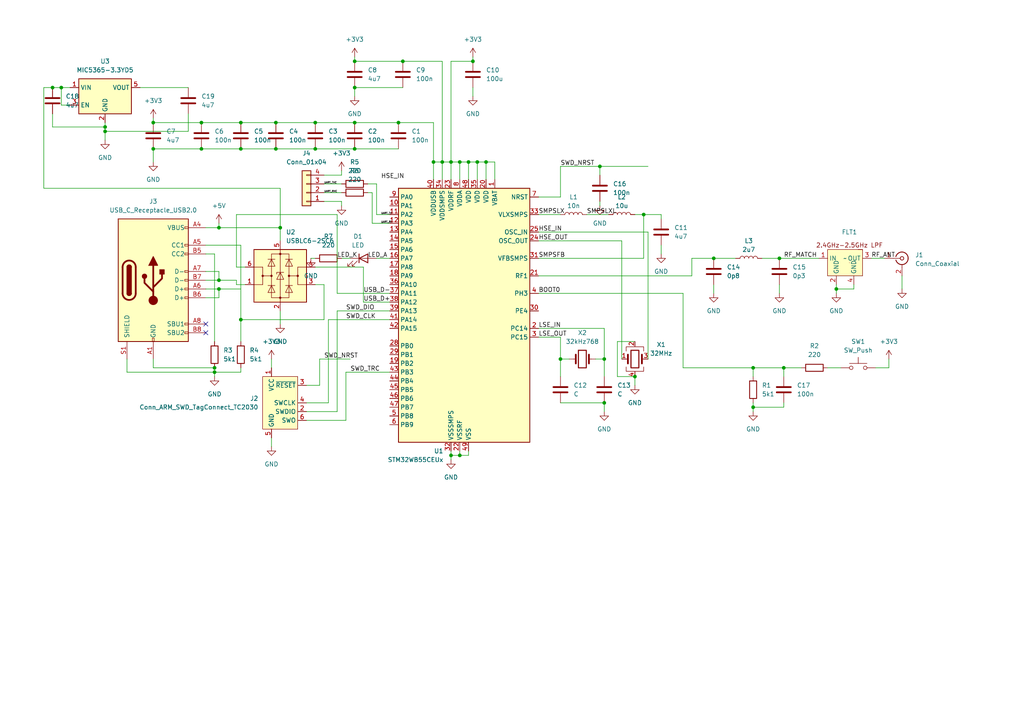
<source format=kicad_sch>
(kicad_sch (version 20230121) (generator eeschema)
  (paper "A4")
  (lib_symbols
    (symbol "Connector:Conn_ARM_SWD_TagConnect_TC2030" (in_bom no)
      (property "Reference" "J" (at 2.54 11.43 0))
      (property "Value" "Conn_ARM_SWD_TagConnect_TC2030" (at 5.08 8.89 0))
      (symbol "Conn_ARM_SWD_TagConnect_TC2030_0_0"
        (pin power_in line (at -2.54 10.16 270) (length 2.54) (name "VCC") (number "1"))
        (pin bidirectional line (at 7.62 -2.54 180) (length 2.54) (name "SWDIO") (number "2"))
        (pin open_collector line (at 7.62 5.08 180) (length 2.54) (name "~{RESET}") (number "3"))
        (pin output line (at 7.62 0 180) (length 2.54) (name "SWCLK") (number "4"))
        (pin power_in line (at -2.54 -10.16 90) (length 2.54) (name "GND") (number "5"))
        (pin input line (at 7.62 -5.08 180) (length 2.54) (name "SWO") (number "6"))
      )
      (symbol "Conn_ARM_SWD_TagConnect_TC2030_0_1"
        (rectangle (start -5.08 7.62) (end 5.08 -7.62) (fill (type background)))
      )
    )
    (symbol "Connector:Conn_Coaxial" (pin_names (offset 1.016) hide)
      (property "Reference" "J" (at 0.254 3.048 0))
      (property "Value" "Conn_Coaxial" (at 2.921 0 90))
      (symbol "Conn_Coaxial_0_1"
        (arc (start -1.778 -0.508) (mid 0.2311 -1.8066) (end 1.778 0) (stroke (width 0.254)))
        (polyline (pts (xy -2.54 0) (xy -0.508 0)))
        (polyline (pts (xy 0 -2.54) (xy 0 -1.778)))
        (circle (center 0 0) (radius 0.508) (stroke (width 0.2032)))
        (arc (start 1.778 0) (mid 0.2099 1.8101) (end -1.778 0.508) (stroke (width 0.254)))
      )
      (symbol "Conn_Coaxial_1_1"
        (pin passive line (at -5.08 0 0) (length 2.54) (name "In") (number "1"))
        (pin passive line (at 0 -5.08 90) (length 2.54) (name "Ext") (number "2"))
      )
    )
    (symbol "Connector:USB_C_Receptacle_USB2.0" (pin_names (offset 1.016))
      (property "Reference" "J" (at -10.16 19.05 0))
      (property "Value" "USB_C_Receptacle_USB2.0" (at 19.05 19.05 0))
      (symbol "USB_C_Receptacle_USB2.0_0_0"
        (rectangle (start -0.254 -17.78) (end 0.254 -16.764))
        (rectangle (start 10.16 -14.986) (end 9.144 -15.494))
        (rectangle (start 10.16 -12.446) (end 9.144 -12.954))
        (rectangle (start 10.16 -4.826) (end 9.144 -5.334))
        (rectangle (start 10.16 -2.286) (end 9.144 -2.794))
        (rectangle (start 10.16 0.254) (end 9.144 -0.254))
        (rectangle (start 10.16 2.794) (end 9.144 2.286))
        (rectangle (start 10.16 7.874) (end 9.144 7.366))
        (rectangle (start 10.16 10.414) (end 9.144 9.906))
        (rectangle (start 10.16 15.494) (end 9.144 14.986))
      )
      (symbol "USB_C_Receptacle_USB2.0_0_1"
        (rectangle (start -10.16 17.78) (end 10.16 -17.78) (stroke (width 0.254)) (fill (type background)))
        (arc (start -8.89 -3.81) (mid -6.985 -5.7067) (end -5.08 -3.81) (stroke (width 0.508)))
        (arc (start -7.62 -3.81) (mid -6.985 -4.4423) (end -6.35 -3.81) (stroke (width 0.254)))
        (arc (start -7.62 -3.81) (mid -6.985 -4.4423) (end -6.35 -3.81) (stroke (width 0.254)) (fill (type outline)))
        (rectangle (start -7.62 -3.81) (end -6.35 3.81) (stroke (width 0.254)) (fill (type outline)))
        (arc (start -6.35 3.81) (mid -6.985 4.4423) (end -7.62 3.81) (stroke (width 0.254)))
        (arc (start -6.35 3.81) (mid -6.985 4.4423) (end -7.62 3.81) (stroke (width 0.254)) (fill (type outline)))
        (arc (start -5.08 3.81) (mid -6.985 5.7067) (end -8.89 3.81) (stroke (width 0.508)))
        (circle (center -2.54 1.143) (radius 0.635) (stroke (width 0.254)) (fill (type outline)))
        (circle (center 0 -5.842) (radius 1.27) (fill (type outline)))
        (polyline (pts (xy -8.89 -3.81) (xy -8.89 3.81)) (stroke (width 0.508)))
        (polyline (pts (xy -5.08 3.81) (xy -5.08 -3.81)) (stroke (width 0.508)))
        (polyline (pts (xy 0 -5.842) (xy 0 4.318)) (stroke (width 0.508)))
        (polyline (pts (xy 0 -3.302) (xy -2.54 -0.762) (xy -2.54 0.508)) (stroke (width 0.508)))
        (polyline (pts (xy 0 -2.032) (xy 2.54 0.508) (xy 2.54 1.778)) (stroke (width 0.508)))
        (polyline (pts (xy -1.27 4.318) (xy 0 6.858) (xy 1.27 4.318) (xy -1.27 4.318)) (stroke (width 0.254)) (fill (type outline)))
        (rectangle (start 1.905 1.778) (end 3.175 3.048) (stroke (width 0.254)) (fill (type outline)))
      )
      (symbol "USB_C_Receptacle_USB2.0_1_1"
        (pin passive line (at 0 -22.86 90) (length 5.08) (name "GND") (number "A1"))
        (pin passive line (at 0 -22.86 90) (length 5.08) hide (name "GND") (number "A12"))
        (pin passive line (at 15.24 15.24 180) (length 5.08) (name "VBUS") (number "A4"))
        (pin bidirectional line (at 15.24 10.16 180) (length 5.08) (name "CC1") (number "A5"))
        (pin bidirectional line (at 15.24 -2.54 180) (length 5.08) (name "D+") (number "A6"))
        (pin bidirectional line (at 15.24 2.54 180) (length 5.08) (name "D-") (number "A7"))
        (pin bidirectional line (at 15.24 -12.7 180) (length 5.08) (name "SBU1") (number "A8"))
        (pin passive line (at 15.24 15.24 180) (length 5.08) hide (name "VBUS") (number "A9"))
        (pin passive line (at 0 -22.86 90) (length 5.08) hide (name "GND") (number "B1"))
        (pin passive line (at 0 -22.86 90) (length 5.08) hide (name "GND") (number "B12"))
        (pin passive line (at 15.24 15.24 180) (length 5.08) hide (name "VBUS") (number "B4"))
        (pin bidirectional line (at 15.24 7.62 180) (length 5.08) (name "CC2") (number "B5"))
        (pin bidirectional line (at 15.24 -5.08 180) (length 5.08) (name "D+") (number "B6"))
        (pin bidirectional line (at 15.24 0 180) (length 5.08) (name "D-") (number "B7"))
        (pin bidirectional line (at 15.24 -15.24 180) (length 5.08) (name "SBU2") (number "B8"))
        (pin passive line (at 15.24 15.24 180) (length 5.08) hide (name "VBUS") (number "B9"))
        (pin passive line (at -7.62 -22.86 90) (length 5.08) (name "SHIELD") (number "S1"))
      )
    )
    (symbol "Connector_Generic:Conn_01x04" (pin_names (offset 1.016) hide)
      (property "Reference" "J" (at 0 5.08 0))
      (property "Value" "Conn_01x04" (at 0 -7.62 0))
      (symbol "Conn_01x04_1_1"
        (rectangle (start -1.27 -4.953) (end 0 -5.207) (stroke (width 0.1524)))
        (rectangle (start -1.27 -2.413) (end 0 -2.667) (stroke (width 0.1524)))
        (rectangle (start -1.27 0.127) (end 0 -0.127) (stroke (width 0.1524)))
        (rectangle (start -1.27 2.667) (end 0 2.413) (stroke (width 0.1524)))
        (rectangle (start -1.27 3.81) (end 1.27 -6.35) (stroke (width 0.254)) (fill (type background)))
        (pin passive line (at -5.08 2.54 0) (length 3.81) (name "Pin_1") (number "1"))
        (pin passive line (at -5.08 0 0) (length 3.81) (name "Pin_2") (number "2"))
        (pin passive line (at -5.08 -2.54 0) (length 3.81) (name "Pin_3") (number "3"))
        (pin passive line (at -5.08 -5.08 0) (length 3.81) (name "Pin_4") (number "4"))
      )
    )
    (symbol "Device:C" (pin_numbers hide) (pin_names (offset 0.254))
      (property "Reference" "C" (at 0.635 2.54 0))
      (property "Value" "C" (at 0.635 -2.54 0))
      (symbol "C_0_1"
        (polyline (pts (xy -2.032 -0.762) (xy 2.032 -0.762)) (stroke (width 0.508)))
        (polyline (pts (xy -2.032 0.762) (xy 2.032 0.762)) (stroke (width 0.508)))
      )
      (symbol "C_1_1"
        (pin passive line (at 0 3.81 270) (length 2.794) (name "~") (number "1"))
        (pin passive line (at 0 -3.81 90) (length 2.794) (name "~") (number "2"))
      )
    )
    (symbol "Device:Crystal" (pin_numbers hide) (pin_names (offset 1.016) hide)
      (property "Reference" "Y" (at 0 3.81 0))
      (property "Value" "Crystal" (at 0 -3.81 0))
      (symbol "Crystal_0_1"
        (rectangle (start -1.143 2.54) (end 1.143 -2.54) (stroke (width 0.3048)))
        (polyline (pts (xy -2.54 0) (xy -1.905 0)))
        (polyline (pts (xy -1.905 -1.27) (xy -1.905 1.27)) (stroke (width 0.508)))
        (polyline (pts (xy 1.905 -1.27) (xy 1.905 1.27)) (stroke (width 0.508)))
        (polyline (pts (xy 2.54 0) (xy 1.905 0)))
      )
      (symbol "Crystal_1_1"
        (pin passive line (at -3.81 0 0) (length 1.27) (name "1") (number "1"))
        (pin passive line (at 3.81 0 180) (length 1.27) (name "2") (number "2"))
      )
    )
    (symbol "Device:Crystal_GND24" (pin_names (offset 1.016) hide)
      (property "Reference" "Y" (at 3.175 5.08 0))
      (property "Value" "Crystal_GND24" (at 3.175 3.175 0))
      (symbol "Crystal_GND24_0_1"
        (rectangle (start -1.143 2.54) (end 1.143 -2.54) (stroke (width 0.3048)))
        (polyline (pts (xy -2.54 0) (xy -2.032 0)))
        (polyline (pts (xy -2.032 -1.27) (xy -2.032 1.27)) (stroke (width 0.508)))
        (polyline (pts (xy 0 -3.81) (xy 0 -3.556)))
        (polyline (pts (xy 0 3.556) (xy 0 3.81)))
        (polyline (pts (xy 2.032 -1.27) (xy 2.032 1.27)) (stroke (width 0.508)))
        (polyline (pts (xy 2.032 0) (xy 2.54 0)))
        (polyline (pts (xy -2.54 -2.286) (xy -2.54 -3.556) (xy 2.54 -3.556) (xy 2.54 -2.286)))
        (polyline (pts (xy -2.54 2.286) (xy -2.54 3.556) (xy 2.54 3.556) (xy 2.54 2.286)))
      )
      (symbol "Crystal_GND24_1_1"
        (pin passive line (at -3.81 0 0) (length 1.27) (name "1") (number "1"))
        (pin passive line (at 0 5.08 270) (length 1.27) (name "2") (number "2"))
        (pin passive line (at 3.81 0 180) (length 1.27) (name "3") (number "3"))
        (pin passive line (at 0 -5.08 90) (length 1.27) (name "4") (number "4"))
      )
    )
    (symbol "Device:L" (pin_numbers hide) (pin_names (offset 1.016) hide)
      (property "Reference" "L" (at -1.27 0 90))
      (property "Value" "L" (at 1.905 0 90))
      (symbol "L_0_1"
        (arc (start 0 -2.54) (mid 0.6323 -1.905) (end 0 -1.27))
        (arc (start 0 -1.27) (mid 0.6323 -0.635) (end 0 0))
        (arc (start 0 0) (mid 0.6323 0.635) (end 0 1.27))
        (arc (start 0 1.27) (mid 0.6323 1.905) (end 0 2.54))
      )
      (symbol "L_1_1"
        (pin passive line (at 0 3.81 270) (length 1.27) (name "1") (number "1"))
        (pin passive line (at 0 -3.81 90) (length 1.27) (name "2") (number "2"))
      )
    )
    (symbol "Device:LED" (pin_numbers hide) (pin_names (offset 1.016) hide)
      (property "Reference" "D" (at 0 2.54 0))
      (property "Value" "LED" (at 0 -2.54 0))
      (symbol "LED_0_1"
        (polyline (pts (xy -1.27 -1.27) (xy -1.27 1.27)) (stroke (width 0.254)))
        (polyline (pts (xy -1.27 0) (xy 1.27 0)))
        (polyline (pts (xy 1.27 -1.27) (xy 1.27 1.27) (xy -1.27 0) (xy 1.27 -1.27)) (stroke (width 0.254)))
        (polyline (pts (xy -3.048 -0.762) (xy -4.572 -2.286) (xy -3.81 -2.286) (xy -4.572 -2.286) (xy -4.572 -1.524)))
        (polyline (pts (xy -1.778 -0.762) (xy -3.302 -2.286) (xy -2.54 -2.286) (xy -3.302 -2.286) (xy -3.302 -1.524)))
      )
      (symbol "LED_1_1"
        (pin passive line (at -3.81 0 0) (length 2.54) (name "K") (number "1"))
        (pin passive line (at 3.81 0 180) (length 2.54) (name "A") (number "2"))
      )
    )
    (symbol "Device:R" (pin_numbers hide) (pin_names (offset 0))
      (property "Reference" "R" (at 2.032 0 90))
      (property "Value" "R" (at 0 0 90))
      (symbol "R_0_1"
        (rectangle (start -1.016 -2.54) (end 1.016 2.54) (stroke (width 0.254)))
      )
      (symbol "R_1_1"
        (pin passive line (at 0 3.81 270) (length 1.27) (name "~") (number "1"))
        (pin passive line (at 0 -3.81 90) (length 1.27) (name "~") (number "2"))
      )
    )
    (symbol "MCU_ST_STM32WB:STM32WB55CEUx"
      (property "Reference" "U" (at -17.78 39.37 0))
      (property "Value" "STM32WB55CEUx" (at 12.7 39.37 0))
      (symbol "STM32WB55CEUx_0_1"
        (rectangle (start -17.78 -35.56) (end 20.32 38.1) (stroke (width 0.254)) (fill (type background)))
      )
      (symbol "STM32WB55CEUx_1_1"
        (pin power_in line (at -7.62 40.64 270) (length 2.54) (name "VBAT") (number "1"))
        (pin bidirectional line (at 22.86 33.02 180) (length 2.54) (name "PA1") (number "10"))
        (pin bidirectional line (at 22.86 30.48 180) (length 2.54) (name "PA2") (number "11"))
        (pin bidirectional line (at 22.86 27.94 180) (length 2.54) (name "PA3") (number "12"))
        (pin bidirectional line (at 22.86 25.4 180) (length 2.54) (name "PA4") (number "13"))
        (pin bidirectional line (at 22.86 22.86 180) (length 2.54) (name "PA5") (number "14"))
        (pin bidirectional line (at 22.86 20.32 180) (length 2.54) (name "PA6") (number "15"))
        (pin bidirectional line (at 22.86 17.78 180) (length 2.54) (name "PA7") (number "16"))
        (pin bidirectional line (at 22.86 15.24 180) (length 2.54) (name "PA8") (number "17"))
        (pin bidirectional line (at 22.86 12.7 180) (length 2.54) (name "PA9") (number "18"))
        (pin bidirectional line (at 22.86 -12.7 180) (length 2.54) (name "PB2") (number "19"))
        (pin bidirectional line (at -20.32 -2.54 0) (length 2.54) (name "PC14") (number "2"))
        (pin power_in line (at -5.08 40.64 270) (length 2.54) (name "VDD") (number "20"))
        (pin bidirectional line (at -20.32 12.7 0) (length 2.54) (name "RF1") (number "21"))
        (pin power_in line (at 2.54 -38.1 90) (length 2.54) (name "VSSRF") (number "22"))
        (pin power_in line (at 5.08 40.64 270) (length 2.54) (name "VDDRF") (number "23"))
        (pin input line (at -20.32 22.86 0) (length 2.54) (name "OSC_OUT") (number "24"))
        (pin input line (at -20.32 25.4 0) (length 2.54) (name "OSC_IN") (number "25"))
        (pin no_connect line (at -17.78 -35.56 0) (length 2.54) hide (name "AT0") (number "26"))
        (pin no_connect line (at -17.78 -33.02 0) (length 2.54) hide (name "AT1") (number "27"))
        (pin bidirectional line (at 22.86 -7.62 180) (length 2.54) (name "PB0") (number "28"))
        (pin bidirectional line (at 22.86 -10.16 180) (length 2.54) (name "PB1") (number "29"))
        (pin bidirectional line (at -20.32 -5.08 0) (length 2.54) (name "PC15") (number "3"))
        (pin bidirectional line (at -20.32 2.54 0) (length 2.54) (name "PE4") (number "30"))
        (pin input line (at -20.32 17.78 0) (length 2.54) (name "VFBSMPS") (number "31"))
        (pin power_in line (at 5.08 -38.1 90) (length 2.54) (name "VSSSMPS") (number "32"))
        (pin power_in line (at -20.32 30.48 0) (length 2.54) (name "VLXSMPS") (number "33"))
        (pin power_in line (at 7.62 40.64 270) (length 2.54) (name "VDDSMPS") (number "34"))
        (pin power_in line (at -2.54 40.64 270) (length 2.54) (name "VDD") (number "35"))
        (pin bidirectional line (at 22.86 10.16 180) (length 2.54) (name "PA10") (number "36"))
        (pin bidirectional line (at 22.86 7.62 180) (length 2.54) (name "PA11") (number "37"))
        (pin bidirectional line (at 22.86 5.08 180) (length 2.54) (name "PA12") (number "38"))
        (pin bidirectional line (at 22.86 2.54 180) (length 2.54) (name "PA13") (number "39"))
        (pin bidirectional line (at -20.32 7.62 0) (length 2.54) (name "PH3") (number "4"))
        (pin power_in line (at 10.16 40.64 270) (length 2.54) (name "VDDUSB") (number "40"))
        (pin bidirectional line (at 22.86 0 180) (length 2.54) (name "PA14") (number "41"))
        (pin bidirectional line (at 22.86 -2.54 180) (length 2.54) (name "PA15") (number "42"))
        (pin bidirectional line (at 22.86 -15.24 180) (length 2.54) (name "PB3") (number "43"))
        (pin bidirectional line (at 22.86 -17.78 180) (length 2.54) (name "PB4") (number "44"))
        (pin bidirectional line (at 22.86 -20.32 180) (length 2.54) (name "PB5") (number "45"))
        (pin bidirectional line (at 22.86 -22.86 180) (length 2.54) (name "PB6") (number "46"))
        (pin bidirectional line (at 22.86 -25.4 180) (length 2.54) (name "PB7") (number "47"))
        (pin power_in line (at 0 40.64 270) (length 2.54) (name "VDD") (number "48"))
        (pin power_in line (at 0 -38.1 90) (length 2.54) (name "VSS") (number "49"))
        (pin bidirectional line (at 22.86 -27.94 180) (length 2.54) (name "PB8") (number "5"))
        (pin bidirectional line (at 22.86 -30.48 180) (length 2.54) (name "PB9") (number "6"))
        (pin input line (at -20.32 35.56 0) (length 2.54) (name "NRST") (number "7"))
        (pin power_in line (at 2.54 40.64 270) (length 2.54) (name "VDDA") (number "8"))
        (pin bidirectional line (at 22.86 35.56 180) (length 2.54) (name "PA0") (number "9"))
      )
    )
    (symbol "Power_Protection:USBLC6-2SC6" (pin_names hide)
      (property "Reference" "U" (at 2.54 8.89 0))
      (property "Value" "USBLC6-2SC6" (at 2.54 -8.89 0))
      (symbol "USBLC6-2SC6_0_1"
        (rectangle (start -7.62 -7.62) (end 7.62 7.62) (stroke (width 0.254)) (fill (type background)))
        (circle (center -5.08 0) (radius 0.254) (fill (type outline)))
        (circle (center -2.54 0) (radius 0.254) (fill (type outline)))
        (rectangle (start -2.54 6.35) (end 2.54 -6.35))
        (circle (center 0 -6.35) (radius 0.254) (fill (type outline)))
        (polyline (pts (xy -5.08 -2.54) (xy -7.62 -2.54)))
        (polyline (pts (xy -5.08 0) (xy -5.08 -2.54)))
        (polyline (pts (xy -5.08 2.54) (xy -7.62 2.54)))
        (polyline (pts (xy -1.524 -2.794) (xy -3.556 -2.794)))
        (polyline (pts (xy -1.524 4.826) (xy -3.556 4.826)))
        (polyline (pts (xy 0 -7.62) (xy 0 -6.35)))
        (polyline (pts (xy 0 -6.35) (xy 0 1.27)))
        (polyline (pts (xy 0 1.27) (xy 0 6.35)))
        (polyline (pts (xy 0 6.35) (xy 0 7.62)))
        (polyline (pts (xy 1.524 -2.794) (xy 3.556 -2.794)))
        (polyline (pts (xy 1.524 4.826) (xy 3.556 4.826)))
        (polyline (pts (xy 5.08 -2.54) (xy 7.62 -2.54)))
        (polyline (pts (xy 5.08 0) (xy 5.08 -2.54)))
        (polyline (pts (xy 5.08 2.54) (xy 7.62 2.54)))
        (polyline (pts (xy -2.54 0) (xy -5.08 0) (xy -5.08 2.54)))
        (polyline (pts (xy 2.54 0) (xy 5.08 0) (xy 5.08 2.54)))
        (polyline (pts (xy -3.556 -4.826) (xy -1.524 -4.826) (xy -2.54 -2.794) (xy -3.556 -4.826)))
        (polyline (pts (xy -3.556 2.794) (xy -1.524 2.794) (xy -2.54 4.826) (xy -3.556 2.794)))
        (polyline (pts (xy -1.016 -1.016) (xy 1.016 -1.016) (xy 0 1.016) (xy -1.016 -1.016)))
        (polyline (pts (xy 1.016 1.016) (xy 0.762 1.016) (xy -1.016 1.016) (xy -1.016 0.508)))
        (polyline (pts (xy 3.556 -4.826) (xy 1.524 -4.826) (xy 2.54 -2.794) (xy 3.556 -4.826)))
        (polyline (pts (xy 3.556 2.794) (xy 1.524 2.794) (xy 2.54 4.826) (xy 3.556 2.794)))
        (circle (center 0 6.35) (radius 0.254) (fill (type outline)))
        (circle (center 2.54 0) (radius 0.254) (fill (type outline)))
        (circle (center 5.08 0) (radius 0.254) (fill (type outline)))
      )
      (symbol "USBLC6-2SC6_1_1"
        (pin passive line (at -10.16 -2.54 0) (length 2.54) (name "I/O1") (number "1"))
        (pin passive line (at 0 -10.16 90) (length 2.54) (name "GND") (number "2"))
        (pin passive line (at 10.16 -2.54 180) (length 2.54) (name "I/O2") (number "3"))
        (pin passive line (at 10.16 2.54 180) (length 2.54) (name "I/O2") (number "4"))
        (pin passive line (at 0 10.16 270) (length 2.54) (name "VBUS") (number "5"))
        (pin passive line (at -10.16 2.54 0) (length 2.54) (name "I/O1") (number "6"))
      )
    )
    (symbol "Regulator_Linear:MIC5365-3.3YD5"
      (property "Reference" "U" (at -7.62 6.35 0))
      (property "Value" "MIC5365-3.3YD5" (at 0 6.35 0))
      (symbol "MIC5365-3.3YD5_0_1"
        (rectangle (start -7.62 -5.08) (end 7.62 5.08) (stroke (width 0.254)) (fill (type background)))
      )
      (symbol "MIC5365-3.3YD5_1_1"
        (pin power_in line (at -10.16 2.54 0) (length 2.54) (name "VIN") (number "1"))
        (pin power_in line (at 0 -7.62 90) (length 2.54) (name "GND") (number "2"))
        (pin input line (at -10.16 -2.54 0) (length 2.54) (name "EN") (number "3"))
        (pin no_connect line (at 7.62 -2.54 180) (length 2.54) hide (name "NC") (number "4"))
        (pin power_out line (at 10.16 2.54 180) (length 2.54) (name "VOUT") (number "5"))
      )
    )
    (symbol "Switch:SW_Push" (pin_numbers hide) (pin_names (offset 1.016) hide)
      (property "Reference" "SW" (at 1.27 2.54 0))
      (property "Value" "SW_Push" (at 0 -1.524 0))
      (symbol "SW_Push_0_1"
        (circle (center -2.032 0) (radius 0.508))
        (polyline (pts (xy 0 1.27) (xy 0 3.048)))
        (polyline (pts (xy 2.54 1.27) (xy -2.54 1.27)))
        (circle (center 2.032 0) (radius 0.508))
        (pin passive line (at -5.08 0 0) (length 2.54) (name "1") (number "1"))
        (pin passive line (at 5.08 0 180) (length 2.54) (name "2") (number "2"))
      )
    )
    (symbol "lpf:lpf"
      (property "Reference" "FLT" (at 0 0 0))
      (symbol "lpf_0_0"
        (pin passive line (at -7.62 0 0) (length 2.54) (name "IN") (number "1"))
        (pin passive line (at -2.54 -7.62 90) (length 2.54) (name "GND") (number "2"))
        (pin passive line (at 7.62 0 180) (length 2.54) (name "OUT") (number "3"))
        (pin passive line (at 2.54 -7.62 90) (length 2.54) (name "GND") (number "4"))
      )
      (symbol "lpf_0_1"
        (rectangle (start 1.27 -1.27) (end 1.27 -1.27))
        (rectangle (start 3.81 2.54) (end 5.08 2.54))
      )
      (symbol "lpf_1_1"
        (rectangle (start -5.08 2.54) (end 5.08 -5.08) (fill (type background)))
        (text "2.4GHz-2.5GHz LPF" (at 1.27 3.81 0) (effects (font (size 1.27 1.27))))
      )
    )
    (symbol "power:+3V3" (power) (pin_names (offset 0))
      (property "Value" "+3V3" (at 0 3.556 0))
      (symbol "+3V3_0_1"
        (polyline (pts (xy -0.762 1.27) (xy 0 2.54)))
        (polyline (pts (xy 0 0) (xy 0 2.54)))
        (polyline (pts (xy 0 2.54) (xy 0.762 1.27)))
      )
      (symbol "+3V3_1_1"
        (pin power_in line (at 0 0 90) (length 0) hide (name "+3V3") (number "1"))
      )
    )
    (symbol "power:+5V" (power) (pin_names (offset 0))
      (property "Value" "+5V" (at 0 3.556 0))
      (symbol "+5V_0_1"
        (polyline (pts (xy -0.762 1.27) (xy 0 2.54)))
        (polyline (pts (xy 0 0) (xy 0 2.54)))
        (polyline (pts (xy 0 2.54) (xy 0.762 1.27)))
      )
      (symbol "+5V_1_1"
        (pin power_in line (at 0 0 90) (length 0) hide (name "+5V") (number "1"))
      )
    )
    (symbol "power:GND" (power) (pin_names (offset 0))
      (property "Value" "GND" (at 0 -3.81 0))
      (symbol "GND_0_1"
        (polyline (pts (xy 0 0) (xy 0 -1.27) (xy 1.27 -1.27) (xy 0 -2.54) (xy -1.27 -1.27) (xy 0 -1.27)))
      )
      (symbol "GND_1_1"
        (pin power_in line (at 0 0 270) (length 0) hide (name "GND") (number "1"))
      )
    )
  )
  (junction (at 102.87 43.18))
  (junction (at 58.42 43.18))
  (junction (at 91.44 35.56))
  (junction (at 69.85 43.18))
  (junction (at 207.01 74.93))
  (junction (at 135.89 46.99))
  (junction (at 218.44 118.11))
  (junction (at 91.44 43.18))
  (junction (at 69.85 92.71))
  (junction (at 62.23 107.95))
  (junction (at 173.99 48.26))
  (junction (at 175.26 104.14))
  (junction (at 69.85 35.56))
  (junction (at 30.48 38.1))
  (junction (at 130.81 132.08))
  (junction (at 128.27 46.99))
  (junction (at 62.23 106.68))
  (junction (at 102.87 35.56))
  (junction (at 44.45 35.56))
  (junction (at 162.56 104.14))
  (junction (at 44.45 43.18))
  (junction (at 63.5 81.28))
  (junction (at 17.78 25.4))
  (junction (at 81.28 66.04))
  (junction (at 137.16 17.78))
  (junction (at 63.5 83.82))
  (junction (at 125.73 46.99))
  (junction (at 102.87 17.78))
  (junction (at 115.57 35.56))
  (junction (at 133.35 132.08))
  (junction (at 130.81 46.99))
  (junction (at 116.84 17.78))
  (junction (at 80.01 43.18))
  (junction (at 133.35 46.99))
  (junction (at 102.87 25.4))
  (junction (at 80.01 35.56))
  (junction (at 226.06 74.93))
  (junction (at 15.24 25.4))
  (junction (at 58.42 35.56))
  (junction (at 218.44 106.68))
  (junction (at 227.33 106.68))
  (junction (at 184.15 109.22))
  (junction (at 140.97 46.99))
  (junction (at 242.57 83.82))
  (junction (at 186.69 62.23))
  (junction (at 138.43 46.99))
  (junction (at 175.26 116.84))
  (junction (at 30.48 36.83))
  (junction (at 63.5 66.04))
  (no_connect (at 59.69 93.98))
  (no_connect (at 59.69 96.52))
  (wire (pts (xy 95.25 92.71) (xy 95.25 116.84)))
  (wire (pts (xy 226.06 74.93) (xy 237.49 74.93)))
  (wire (pts (xy 17.78 25.4) (xy 20.32 25.4)))
  (wire (pts (xy 187.96 67.31) (xy 187.96 104.14)))
  (wire (pts (xy 130.81 17.78) (xy 130.81 46.99)))
  (wire (pts (xy 106.68 53.34) (xy 109.22 53.34)))
  (wire (pts (xy 44.45 106.68) (xy 62.23 106.68)))
  (wire (pts (xy 80.01 35.56) (xy 91.44 35.56)))
  (wire (pts (xy 78.74 104.14) (xy 78.74 106.68)))
  (wire (pts (xy 179.07 99.06) (xy 179.07 109.22)))
  (wire (pts (xy 102.87 17.78) (xy 116.84 17.78)))
  (wire (pts (xy 135.89 46.99) (xy 135.89 52.07)))
  (wire (pts (xy 69.85 107.95) (xy 62.23 107.95)))
  (wire (pts (xy 175.26 116.84) (xy 175.26 119.38)))
  (wire (pts (xy 200.66 74.93) (xy 207.01 74.93)))
  (wire (pts (xy 58.42 43.18) (xy 69.85 43.18)))
  (wire (pts (xy 184.15 109.22) (xy 184.15 111.76)))
  (wire (pts (xy 90.17 74.93) (xy 91.44 74.93)))
  (wire (pts (xy 180.34 69.85) (xy 180.34 104.14)))
  (wire (pts (xy 59.69 83.82) (xy 63.5 83.82)))
  (wire (pts (xy 81.28 90.17) (xy 81.28 93.98)))
  (wire (pts (xy 69.85 106.68) (xy 69.85 107.95)))
  (wire (pts (xy 93.98 92.71) (xy 93.98 82.55)))
  (wire (pts (xy 172.72 104.14) (xy 175.26 104.14)))
  (wire (pts (xy 261.62 80.01) (xy 261.62 83.82)))
  (wire (pts (xy 12.7 54.61) (xy 12.7 25.4)))
  (wire (pts (xy 109.22 62.23) (xy 113.03 62.23)))
  (wire (pts (xy 137.16 25.4) (xy 137.16 27.94)))
  (wire (pts (xy 125.73 46.99) (xy 128.27 46.99)))
  (wire (pts (xy 12.7 25.4) (xy 15.24 25.4)))
  (wire (pts (xy 68.58 81.28) (xy 68.58 82.55)))
  (wire (pts (xy 137.16 16.51) (xy 137.16 17.78)))
  (wire (pts (xy 81.28 66.04) (xy 81.28 69.85)))
  (wire (pts (xy 44.45 35.56) (xy 58.42 35.56)))
  (wire (pts (xy 109.22 74.93) (xy 113.03 74.93)))
  (wire (pts (xy 173.99 48.26) (xy 173.99 50.8)))
  (wire (pts (xy 102.87 25.4) (xy 102.87 27.94)))
  (wire (pts (xy 107.95 55.88) (xy 107.95 64.77)))
  (wire (pts (xy 102.87 35.56) (xy 115.57 35.56)))
  (wire (pts (xy 69.85 35.56) (xy 80.01 35.56)))
  (wire (pts (xy 93.98 82.55) (xy 91.44 82.55)))
  (wire (pts (xy 162.56 104.14) (xy 162.56 109.22)))
  (wire (pts (xy 93.98 53.34) (xy 99.06 53.34)))
  (wire (pts (xy 156.21 62.23) (xy 162.56 62.23)))
  (wire (pts (xy 198.12 106.68) (xy 218.44 106.68)))
  (wire (pts (xy 105.41 87.63) (xy 113.03 87.63)))
  (wire (pts (xy 200.66 80.01) (xy 200.66 74.93)))
  (wire (pts (xy 106.68 55.88) (xy 107.95 55.88)))
  (wire (pts (xy 257.81 106.68) (xy 257.81 104.14)))
  (wire (pts (xy 191.77 71.12) (xy 191.77 73.66)))
  (wire (pts (xy 69.85 71.12) (xy 69.85 92.71)))
  (wire (pts (xy 97.79 85.09) (xy 97.79 62.23)))
  (wire (pts (xy 63.5 81.28) (xy 68.58 81.28)))
  (wire (pts (xy 138.43 46.99) (xy 140.97 46.99)))
  (wire (pts (xy 179.07 109.22) (xy 184.15 109.22)))
  (wire (pts (xy 156.21 74.93) (xy 186.69 74.93)))
  (wire (pts (xy 135.89 46.99) (xy 138.43 46.99)))
  (wire (pts (xy 156.21 85.09) (xy 198.12 85.09)))
  (wire (pts (xy 20.32 30.48) (xy 17.78 30.48)))
  (wire (pts (xy 81.28 54.61) (xy 12.7 54.61)))
  (wire (pts (xy 130.81 46.99) (xy 133.35 46.99)))
  (wire (pts (xy 99.06 58.42) (xy 99.06 59.69)))
  (wire (pts (xy 162.56 57.15) (xy 162.56 48.26)))
  (wire (pts (xy 186.69 62.23) (xy 191.77 62.23)))
  (wire (pts (xy 36.83 104.14) (xy 36.83 107.95)))
  (wire (pts (xy 63.5 66.04) (xy 81.28 66.04)))
  (wire (pts (xy 17.78 30.48) (xy 17.78 25.4)))
  (wire (pts (xy 109.22 53.34) (xy 109.22 62.23)))
  (wire (pts (xy 93.98 58.42) (xy 99.06 58.42)))
  (wire (pts (xy 44.45 104.14) (xy 44.45 106.68)))
  (wire (pts (xy 107.95 64.77) (xy 113.03 64.77)))
  (wire (pts (xy 125.73 52.07) (xy 125.73 46.99)))
  (wire (pts (xy 242.57 83.82) (xy 242.57 85.09)))
  (wire (pts (xy 97.79 90.17) (xy 97.79 119.38)))
  (wire (pts (xy 97.79 62.23) (xy 68.58 62.23)))
  (wire (pts (xy 105.41 77.47) (xy 105.41 87.63)))
  (wire (pts (xy 80.01 43.18) (xy 91.44 43.18)))
  (wire (pts (xy 68.58 77.47) (xy 71.12 77.47)))
  (wire (pts (xy 99.06 50.8) (xy 99.06 49.53)))
  (wire (pts (xy 93.98 55.88) (xy 99.06 55.88)))
  (wire (pts (xy 30.48 35.56) (xy 30.48 36.83)))
  (wire (pts (xy 138.43 46.99) (xy 138.43 52.07)))
  (wire (pts (xy 240.03 106.68) (xy 243.84 106.68)))
  (wire (pts (xy 91.44 35.56) (xy 102.87 35.56)))
  (wire (pts (xy 78.74 127) (xy 78.74 129.54)))
  (wire (pts (xy 97.79 119.38) (xy 88.9 119.38)))
  (wire (pts (xy 63.5 64.77) (xy 63.5 66.04)))
  (wire (pts (xy 125.73 35.56) (xy 125.73 46.99)))
  (wire (pts (xy 62.23 73.66) (xy 62.23 99.06)))
  (wire (pts (xy 62.23 106.68) (xy 62.23 107.95)))
  (wire (pts (xy 113.03 85.09) (xy 97.79 85.09)))
  (wire (pts (xy 81.28 66.04) (xy 81.28 54.61)))
  (wire (pts (xy 227.33 116.84) (xy 227.33 118.11)))
  (wire (pts (xy 113.03 90.17) (xy 97.79 90.17)))
  (wire (pts (xy 100.33 121.92) (xy 88.9 121.92)))
  (wire (pts (xy 58.42 35.56) (xy 69.85 35.56)))
  (wire (pts (xy 133.35 46.99) (xy 133.35 52.07)))
  (wire (pts (xy 91.44 77.47) (xy 105.41 77.47)))
  (wire (pts (xy 95.25 116.84) (xy 88.9 116.84)))
  (wire (pts (xy 130.81 132.08) (xy 133.35 132.08)))
  (wire (pts (xy 156.21 67.31) (xy 187.96 67.31)))
  (wire (pts (xy 69.85 92.71) (xy 69.85 99.06)))
  (wire (pts (xy 63.5 83.82) (xy 69.85 83.82)))
  (wire (pts (xy 207.01 74.93) (xy 213.36 74.93)))
  (wire (pts (xy 36.83 107.95) (xy 62.23 107.95)))
  (wire (pts (xy 44.45 43.18) (xy 44.45 46.99)))
  (wire (pts (xy 170.18 62.23) (xy 176.53 62.23)))
  (wire (pts (xy 128.27 46.99) (xy 130.81 46.99)))
  (wire (pts (xy 63.5 86.36) (xy 63.5 83.82)))
  (wire (pts (xy 59.69 81.28) (xy 63.5 81.28)))
  (wire (pts (xy 113.03 107.95) (xy 100.33 107.95)))
  (wire (pts (xy 99.06 74.93) (xy 101.6 74.93)))
  (wire (pts (xy 63.5 78.74) (xy 63.5 81.28)))
  (wire (pts (xy 133.35 132.08) (xy 133.35 130.81)))
  (wire (pts (xy 175.26 104.14) (xy 175.26 109.22)))
  (wire (pts (xy 140.97 46.99) (xy 143.51 46.99)))
  (wire (pts (xy 162.56 104.14) (xy 165.1 104.14)))
  (wire (pts (xy 100.33 107.95) (xy 100.33 121.92)))
  (wire (pts (xy 175.26 95.25) (xy 175.26 104.14)))
  (wire (pts (xy 15.24 36.83) (xy 30.48 36.83)))
  (wire (pts (xy 242.57 83.82) (xy 247.65 83.82)))
  (wire (pts (xy 133.35 132.08) (xy 135.89 132.08)))
  (wire (pts (xy 133.35 46.99) (xy 135.89 46.99)))
  (wire (pts (xy 184.15 62.23) (xy 186.69 62.23)))
  (wire (pts (xy 218.44 118.11) (xy 218.44 119.38)))
  (wire (pts (xy 247.65 82.55) (xy 247.65 83.82)))
  (wire (pts (xy 88.9 111.76) (xy 92.71 111.76)))
  (wire (pts (xy 156.21 97.79) (xy 162.56 97.79)))
  (wire (pts (xy 218.44 116.84) (xy 218.44 118.11)))
  (wire (pts (xy 102.87 43.18) (xy 115.57 43.18)))
  (wire (pts (xy 59.69 78.74) (xy 63.5 78.74)))
  (wire (pts (xy 156.21 95.25) (xy 175.26 95.25)))
  (wire (pts (xy 44.45 34.29) (xy 44.45 35.56)))
  (wire (pts (xy 130.81 46.99) (xy 130.81 52.07)))
  (wire (pts (xy 156.21 80.01) (xy 200.66 80.01)))
  (wire (pts (xy 59.69 71.12) (xy 69.85 71.12)))
  (wire (pts (xy 198.12 85.09) (xy 198.12 106.68)))
  (wire (pts (xy 54.61 38.1) (xy 30.48 38.1)))
  (wire (pts (xy 162.56 116.84) (xy 175.26 116.84)))
  (wire (pts (xy 162.56 48.26) (xy 173.99 48.26)))
  (wire (pts (xy 128.27 17.78) (xy 128.27 46.99)))
  (wire (pts (xy 186.69 74.93) (xy 186.69 62.23)))
  (wire (pts (xy 54.61 33.02) (xy 54.61 38.1)))
  (wire (pts (xy 252.73 74.93) (xy 256.54 74.93)))
  (wire (pts (xy 40.64 25.4) (xy 54.61 25.4)))
  (wire (pts (xy 102.87 25.4) (xy 116.84 25.4)))
  (wire (pts (xy 162.56 97.79) (xy 162.56 104.14)))
  (wire (pts (xy 137.16 17.78) (xy 130.81 17.78)))
  (wire (pts (xy 128.27 46.99) (xy 128.27 52.07)))
  (wire (pts (xy 207.01 82.55) (xy 207.01 85.09)))
  (wire (pts (xy 173.99 58.42) (xy 173.99 59.69)))
  (wire (pts (xy 156.21 57.15) (xy 162.56 57.15)))
  (wire (pts (xy 30.48 38.1) (xy 30.48 40.64)))
  (wire (pts (xy 113.03 92.71) (xy 95.25 92.71)))
  (wire (pts (xy 173.99 48.26) (xy 187.96 48.26)))
  (wire (pts (xy 227.33 118.11) (xy 218.44 118.11)))
  (wire (pts (xy 191.77 62.23) (xy 191.77 63.5)))
  (wire (pts (xy 226.06 82.55) (xy 226.06 85.09)))
  (wire (pts (xy 143.51 46.99) (xy 143.51 52.07)))
  (wire (pts (xy 92.71 104.14) (xy 101.6 104.14)))
  (wire (pts (xy 62.23 107.95) (xy 62.23 109.22)))
  (wire (pts (xy 227.33 106.68) (xy 227.33 109.22)))
  (wire (pts (xy 116.84 17.78) (xy 128.27 17.78)))
  (wire (pts (xy 92.71 111.76) (xy 92.71 104.14)))
  (wire (pts (xy 91.44 43.18) (xy 102.87 43.18)))
  (wire (pts (xy 184.15 99.06) (xy 179.07 99.06)))
  (wire (pts (xy 69.85 92.71) (xy 93.98 92.71)))
  (wire (pts (xy 254 106.68) (xy 257.81 106.68)))
  (wire (pts (xy 115.57 35.56) (xy 125.73 35.56)))
  (wire (pts (xy 68.58 62.23) (xy 68.58 77.47)))
  (wire (pts (xy 227.33 106.68) (xy 232.41 106.68)))
  (wire (pts (xy 93.98 50.8) (xy 99.06 50.8)))
  (wire (pts (xy 44.45 43.18) (xy 58.42 43.18)))
  (wire (pts (xy 68.58 82.55) (xy 71.12 82.55)))
  (wire (pts (xy 135.89 132.08) (xy 135.89 130.81)))
  (wire (pts (xy 15.24 33.02) (xy 15.24 36.83)))
  (wire (pts (xy 130.81 132.08) (xy 130.81 133.35)))
  (wire (pts (xy 15.24 25.4) (xy 17.78 25.4)))
  (wire (pts (xy 59.69 66.04) (xy 63.5 66.04)))
  (wire (pts (xy 140.97 46.99) (xy 140.97 52.07)))
  (wire (pts (xy 218.44 106.68) (xy 227.33 106.68)))
  (wire (pts (xy 220.98 74.93) (xy 226.06 74.93)))
  (wire (pts (xy 130.81 130.81) (xy 130.81 132.08)))
  (wire (pts (xy 59.69 73.66) (xy 62.23 73.66)))
  (wire (pts (xy 30.48 36.83) (xy 30.48 38.1)))
  (wire (pts (xy 69.85 43.18) (xy 80.01 43.18)))
  (wire (pts (xy 59.69 86.36) (xy 63.5 86.36)))
  (wire (pts (xy 156.21 69.85) (xy 180.34 69.85)))
  (wire (pts (xy 102.87 16.51) (xy 102.87 17.78)))
  (wire (pts (xy 218.44 106.68) (xy 218.44 109.22)))
  (wire (pts (xy 242.57 82.55) (xy 242.57 83.82)))
  (label "SWD_CLK" (at 100.33 92.71 0))
  (label "SMPSLX" (at 156.21 62.23 0))
  (label "SWD_NRST" (at 162.56 48.26 0))
  (label "SMPSLXL" (at 170.18 62.23 0))
  (label "HSE_IN" (at 156.21 67.31 0))
  (label "LED_K" (at 97.79 74.93 0))
  (label "BOOT0" (at 156.21 85.09 0))
  (label "UART_TXC" (at 93.98 53.34 0) (effects (font (size 0.5 0.5))))
  (label "UART_TX" (at 110.49 62.23 0) (effects (font (size 0.5 0.5))))
  (label "LSE_IN" (at 156.21 95.25 0))
  (label "LED_A" (at 106.68 74.93 0))
  (label "UART_RXC" (at 93.98 55.88 0) (effects (font (size 0.5 0.5))))
  (label "SWD_NRST" (at 93.98 104.14 0))
  (label "UART_RX" (at 110.49 64.77 0) (effects (font (size 0.5 0.5))))
  (label "RF_MATCH" (at 227.33 74.93 0))
  (label "HSE_IN" (at 110.49 52.07 0))
  (label "USB_D+" (at 105.41 87.63 0))
  (label "LSE_OUT" (at 156.21 97.79 0))
  (label "USB_D-" (at 105.41 85.09 0))
  (label "HSE_OUT" (at 156.21 69.85 0))
  (label "SMPSFB" (at 156.21 74.93 0))
  (label "SWD_DIO" (at 100.33 90.17 0))
  (label "RF_ANT" (at 252.73 74.93 0))
  (label "SWD_TRC" (at 101.6 107.95 0))
  (symbol (lib_id "Device:C") (at 116.84 21.59 0) (unit 1)
    (property "Reference" "C9" (at 120.65 20.32 0) (effects (justify left)))
    (property "Value" "100n" (at 120.65 22.86 0) (effects (justify left)))
    (property "Footprint" "Capacitor_SMD:C_0402_1005Metric" (effects hide))
  )
  (symbol (lib_id "power:GND") (at 242.57 85.09 0) (unit 1)
    (property "Reference" "#PWR013" (effects hide))
    (property "Value" "GND" (at 242.57 90.17 0))
  )
  (symbol (lib_id "Device:C") (at 15.24 29.21 0) (unit 1)
    (property "Reference" "C18" (at 19.05 27.94 0) (effects (justify left)))
    (property "Value" "4u7" (at 19.05 30.48 0) (effects (justify left)))
    (property "Footprint" "Capacitor_SMD:C_0603_1608Metric" (effects hide))
  )
  (symbol (lib_id "Connector:Conn_ARM_SWD_TagConnect_TC2030") (at 81.28 116.84 0) (unit 1) (in_bom no)
    (property "Reference" "J2" (at 74.93 115.57 0) (effects (justify right)))
    (property "Value" "Conn_ARM_SWD_TagConnect_TC2030" (at 74.93 118.11 0) (effects (justify right)))
    (property "Footprint" "Connector:Tag-Connect_TC2030-IDC-FP_2x03_P1.27mm_Vertical" (effects hide))
    (property "Datasheet" "https://www.tag-connect.com/wp-content/uploads/bsk-pdf-manager/TC2030-CTX_1.pdf" (effects hide))
  )
  (symbol (lib_id "power:GND") (at 226.06 85.09 0) (unit 1)
    (property "Reference" "#PWR011" (effects hide))
    (property "Value" "GND" (at 226.06 90.17 0))
  )
  (symbol (lib_id "Power_Protection:USBLC6-2SC6") (at 81.28 80.01 0) (unit 1)
    (property "Reference" "U2" (at 82.9311 67.31 0) (effects (justify left)))
    (property "Value" "USBLC6-2SC6" (at 82.9311 69.85 0) (effects (justify left)))
    (property "Footprint" "Package_TO_SOT_SMD:SOT-23-6" (effects hide))
    (property "Datasheet" "https://www.st.com/resource/en/datasheet/usblc6-2.pdf" (effects hide))
  )
  (symbol (lib_id "Device:R") (at 62.23 102.87 0) (unit 1)
    (property "Reference" "R3" (at 64.77 101.6 0) (effects (justify left)))
    (property "Value" "5k1" (at 64.77 104.14 0) (effects (justify left)))
    (property "Footprint" "Resistor_SMD:R_0402_1005Metric" (effects hide))
  )
  (symbol (lib_id "Device:L") (at 166.37 62.23 90) (unit 1)
    (property "Reference" "L1" (at 166.37 57.15 90))
    (property "Value" "10n" (at 166.37 59.69 90))
    (property "Footprint" "Inductor_SMD:L_01005_0402Metric" (effects hide))
  )
  (symbol (lib_id "Device:C") (at 102.87 21.59 0) (unit 1)
    (property "Reference" "C8" (at 106.68 20.32 0) (effects (justify left)))
    (property "Value" "4u7" (at 106.68 22.86 0) (effects (justify left)))
    (property "Footprint" "Capacitor_SMD:C_0603_1608Metric" (effects hide))
  )
  (symbol (lib_id "Device:R") (at 102.87 53.34 90) (unit 1)
    (property "Reference" "R5" (at 102.87 46.99 90))
    (property "Value" "220" (at 102.87 49.53 90))
    (property "Footprint" "Resistor_SMD:R_0402_1005Metric" (effects hide))
  )
  (symbol (lib_id "Device:C") (at 191.77 67.31 0) (unit 1)
    (property "Reference" "C11" (at 195.58 66.04 0) (effects (justify left)))
    (property "Value" "4u7" (at 195.58 68.58 0) (effects (justify left)))
    (property "Footprint" "Capacitor_SMD:C_0603_1608Metric" (effects hide))
  )
  (symbol (lib_id "Device:L") (at 180.34 62.23 90) (unit 1)
    (property "Reference" "L2" (at 180.34 57.15 90))
    (property "Value" "10u" (at 180.34 59.69 90))
    (property "Footprint" "Inductor_SMD:L_0805_2012Metric" (effects hide))
  )
  (symbol (lib_id "Connector:USB_C_Receptacle_USB2.0") (at 44.45 81.28 0) (unit 1)
    (property "Reference" "J3" (at 44.45 58.42 0))
    (property "Value" "USB_C_Receptacle_USB2.0" (at 44.45 60.96 0))
    (property "Footprint" "Connector_USB:USB_C_Receptacle_GCT_USB4105-xx-A_16P_TopMnt_Horizontal" (effects hide))
    (property "Datasheet" "https://www.usb.org/sites/default/files/documents/usb_type-c.zip" (effects hide))
  )
  (symbol (lib_id "power:+3V3") (at 44.45 34.29 0) (unit 1)
    (property "Reference" "#PWR03" (effects hide))
    (property "Value" "+3V3" (at 44.45 29.21 0))
  )
  (symbol (lib_id "power:GND") (at 184.15 111.76 0) (unit 1)
    (property "Reference" "#PWR010" (effects hide))
    (property "Value" "GND" (at 184.15 116.84 0))
  )
  (symbol (lib_id "Device:C") (at 91.44 39.37 0) (unit 1)
    (property "Reference" "C3" (at 95.25 38.1 0) (effects (justify left)))
    (property "Value" "100n" (at 95.25 40.64 0) (effects (justify left)))
    (property "Footprint" "Capacitor_SMD:C_0402_1005Metric" (effects hide))
  )
  (symbol (lib_id "Device:L") (at 217.17 74.93 90) (unit 1)
    (property "Reference" "L3" (at 217.17 69.85 90))
    (property "Value" "2u7" (at 217.17 72.39 90))
    (property "Footprint" "Inductor_SMD:L_01005_0402Metric" (effects hide))
  )
  (symbol (lib_id "power:+3V3") (at 78.74 104.14 0) (unit 1)
    (property "Reference" "#PWR015" (effects hide))
    (property "Value" "+3V3" (at 78.74 99.06 0))
  )
  (symbol (lib_id "Device:C") (at 80.01 39.37 0) (unit 1)
    (property "Reference" "C4" (at 83.82 38.1 0) (effects (justify left)))
    (property "Value" "100n" (at 83.82 40.64 0) (effects (justify left)))
    (property "Footprint" "Capacitor_SMD:C_0402_1005Metric" (effects hide))
  )
  (symbol (lib_id "power:+3V3") (at 102.87 16.51 0) (unit 1)
    (property "Reference" "#PWR04" (effects hide))
    (property "Value" "+3V3" (at 102.87 11.43 0))
  )
  (symbol (lib_id "Device:C") (at 58.42 39.37 0) (unit 1)
    (property "Reference" "C6" (at 62.23 38.1 0) (effects (justify left)))
    (property "Value" "100n" (at 62.23 40.64 0) (effects (justify left)))
    (property "Footprint" "Capacitor_SMD:C_0402_1005Metric" (effects hide))
  )
  (symbol (lib_id "power:GND") (at 130.81 133.35 0) (unit 1)
    (property "Reference" "#PWR01" (effects hide))
    (property "Value" "GND" (at 130.81 138.43 0))
  )
  (symbol (lib_id "power:GND") (at 102.87 27.94 0) (unit 1)
    (property "Reference" "#PWR05" (effects hide))
    (property "Value" "GND" (at 102.87 33.02 0))
  )
  (symbol (lib_id "Device:C") (at 44.45 39.37 0) (unit 1)
    (property "Reference" "C7" (at 48.26 38.1 0) (effects (justify left)))
    (property "Value" "4u7" (at 48.26 40.64 0) (effects (justify left)))
    (property "Footprint" "Capacitor_SMD:C_0603_1608Metric" (effects hide))
  )
  (symbol (lib_id "power:GND") (at 137.16 27.94 0) (unit 1)
    (property "Reference" "#PWR07" (effects hide))
    (property "Value" "GND" (at 137.16 33.02 0))
  )
  (symbol (lib_id "Device:Crystal") (at 168.91 104.14 0) (unit 1)
    (property "Reference" "X2" (at 168.91 96.52 0))
    (property "Value" "32kHz768" (at 168.91 99.06 0))
    (property "Footprint" "Crystal:Crystal_SMD_2012-2Pin_2.0x1.2mm" (effects hide))
  )
  (symbol (lib_id "Device:Crystal_GND24") (at 184.15 104.14 0) (unit 1)
    (property "Reference" "X1" (at 191.77 99.9491 0))
    (property "Value" "32MHz" (at 191.77 102.4891 0))
    (property "Footprint" "Crystal:Crystal_SMD_2016-4Pin_2.0x1.6mm" (effects hide))
  )
  (symbol (lib_id "Device:C") (at 207.01 78.74 0) (unit 1)
    (property "Reference" "C14" (at 210.82 77.47 0) (effects (justify left)))
    (property "Value" "0p8" (at 210.82 80.01 0) (effects (justify left)))
    (property "Footprint" "Capacitor_SMD:C_0402_1005Metric" (effects hide))
  )
  (symbol (lib_id "power:GND") (at 173.99 59.69 0) (unit 1)
    (property "Reference" "#PWR017" (effects hide))
    (property "Value" "GND" (at 173.99 64.77 0))
  )
  (symbol (lib_id "lpf:lpf") (at 245.11 74.93 0) (unit 1)
    (property "Reference" "FLT1" (at 246.38 67.31 0))
    (property "Value" "~" (at 245.11 74.93 0))
    (property "Footprint" "Library:DLF162500LT-5028A1" (effects hide))
  )
  (symbol (lib_id "power:GND") (at 78.74 129.54 0) (unit 1)
    (property "Reference" "#PWR016" (effects hide))
    (property "Value" "GND" (at 78.74 134.62 0))
  )
  (symbol (lib_id "Device:R") (at 95.25 74.93 90) (unit 1)
    (property "Reference" "R7" (at 95.25 68.58 90))
    (property "Value" "220" (at 95.25 71.12 90))
    (property "Footprint" "Resistor_SMD:R_0402_1005Metric" (effects hide))
  )
  (symbol (lib_id "power:GND") (at 207.01 85.09 0) (unit 1)
    (property "Reference" "#PWR012" (effects hide))
    (property "Value" "GND" (at 207.01 90.17 0))
  )
  (symbol (lib_id "Device:R") (at 69.85 102.87 0) (unit 1)
    (property "Reference" "R4" (at 72.39 101.6 0) (effects (justify left)))
    (property "Value" "5k1" (at 72.39 104.14 0) (effects (justify left)))
    (property "Footprint" "Resistor_SMD:R_0402_1005Metric" (effects hide))
  )
  (symbol (lib_id "MCU_ST_STM32WB:STM32WB55CEUx") (at 135.89 92.71 0) (mirror y) (unit 1)
    (property "Reference" "U1" (at 128.6159 130.81 0) (effects (justify left)))
    (property "Value" "STM32WB55CEUx" (at 128.6159 133.35 0) (effects (justify left)))
    (property "Footprint" "Package_DFN_QFN:QFN-48-1EP_7x7mm_P0.5mm_EP5.6x5.6mm" (effects hide))
    (property "Datasheet" "https://www.st.com/resource/en/datasheet/stm32wb55ce.pdf" (effects hide))
  )
  (symbol (lib_id "Device:R") (at 102.87 55.88 90) (unit 1)
    (property "Reference" "R6" (at 102.87 49.53 90))
    (property "Value" "220" (at 102.87 52.07 90))
    (property "Footprint" "Resistor_SMD:R_0402_1005Metric" (effects hide))
  )
  (symbol (lib_id "Device:C") (at 137.16 21.59 0) (unit 1)
    (property "Reference" "C10" (at 140.97 20.32 0) (effects (justify left)))
    (property "Value" "100u" (at 140.97 22.86 0) (effects (justify left)))
    (property "Footprint" "Capacitor_SMD:C_0402_1005Metric" (effects hide))
  )
  (symbol (lib_id "Device:C") (at 162.56 113.03 0) (unit 1)
    (property "Reference" "C12" (at 166.37 111.76 0) (effects (justify left)))
    (property "Value" "C" (at 166.37 114.3 0) (effects (justify left)))
    (property "Footprint" "Capacitor_SMD:C_0402_1005Metric" (effects hide))
  )
  (symbol (lib_id "Device:C") (at 69.85 39.37 0) (unit 1)
    (property "Reference" "C5" (at 73.66 38.1 0) (effects (justify left)))
    (property "Value" "100n" (at 73.66 40.64 0) (effects (justify left)))
    (property "Footprint" "Capacitor_SMD:C_0402_1005Metric" (effects hide))
  )
  (symbol (lib_id "power:+3V3") (at 99.06 49.53 0) (unit 1)
    (property "Reference" "#PWR024" (effects hide))
    (property "Value" "+3V3" (at 99.06 44.45 0))
  )
  (symbol (lib_id "Device:C") (at 54.61 29.21 0) (unit 1)
    (property "Reference" "C19" (at 58.42 27.94 0) (effects (justify left)))
    (property "Value" "4u7" (at 58.42 30.48 0) (effects (justify left)))
    (property "Footprint" "Capacitor_SMD:C_0603_1608Metric" (effects hide))
  )
  (symbol (lib_id "power:GND") (at 99.06 59.69 0) (unit 1)
    (property "Reference" "#PWR025" (effects hide))
    (property "Value" "GND" (at 99.06 64.77 0))
  )
  (symbol (lib_id "Regulator_Linear:MIC5365-3.3YD5") (at 30.48 27.94 0) (unit 1)
    (property "Reference" "U3" (at 30.48 17.78 0))
    (property "Value" "MIC5365-3.3YD5" (at 30.48 20.32 0))
    (property "Footprint" "Package_TO_SOT_SMD:SOT-23-5" (effects hide))
    (property "Datasheet" "http://ww1.microchip.com/downloads/en/DeviceDoc/mic5365.pdf" (effects hide))
  )
  (symbol (lib_id "power:GND") (at 30.48 40.64 0) (unit 1)
    (property "Reference" "#PWR022" (effects hide))
    (property "Value" "GND" (at 30.48 45.72 0))
  )
  (symbol (lib_id "power:GND") (at 218.44 119.38 0) (unit 1)
    (property "Reference" "#PWR018" (effects hide))
    (property "Value" "GND" (at 218.44 124.46 0))
  )
  (symbol (lib_id "Connector_Generic:Conn_01x04") (at 88.9 55.88 180) (unit 1)
    (property "Reference" "J4" (at 88.9 44.45 0))
    (property "Value" "Conn_01x04" (at 88.9 46.99 0))
    (property "Footprint" "Connector_Coaxial:SMA_Wurth_60312102114405_Vertical" (effects hide))
  )
  (symbol (lib_id "power:GND") (at 261.62 83.82 0) (unit 1)
    (property "Reference" "#PWR014" (effects hide))
    (property "Value" "GND" (at 261.62 88.9 0))
  )
  (symbol (lib_id "Device:C") (at 102.87 39.37 0) (unit 1)
    (property "Reference" "C2" (at 106.68 38.1 0) (effects (justify left)))
    (property "Value" "100n" (at 106.68 40.64 0) (effects (justify left)))
    (property "Footprint" "Capacitor_SMD:C_0402_1005Metric" (effects hide))
  )
  (symbol (lib_id "Device:C") (at 173.99 54.61 0) (unit 1)
    (property "Reference" "C16" (at 177.8 53.34 0) (effects (justify left)))
    (property "Value" "100n" (at 177.8 55.88 0) (effects (justify left)))
    (property "Footprint" "Capacitor_SMD:C_0402_1005Metric" (effects hide))
  )
  (symbol (lib_id "Connector:Conn_Coaxial") (at 261.62 74.93 0) (unit 1)
    (property "Reference" "J1" (at 265.43 73.9532 0) (effects (justify left)))
    (property "Value" "Conn_Coaxial" (at 265.43 76.4932 0) (effects (justify left)))
    (property "Footprint" "Connector_Molex:Molex_CLIK-Mate_502494-1070_1x10-1MP_P2.00mm_Horizontal" (effects hide))
    (property "Datasheet" " ~" (effects hide))
  )
  (symbol (lib_id "power:GND") (at 90.17 74.93 0) (unit 1)
    (property "Reference" "#PWR026" (effects hide))
    (property "Value" "GND" (at 90.17 80.01 0))
  )
  (symbol (lib_id "Device:R") (at 218.44 113.03 0) (unit 1)
    (property "Reference" "R1" (at 220.98 111.76 0) (effects (justify left)))
    (property "Value" "5k1" (at 220.98 114.3 0) (effects (justify left)))
    (property "Footprint" "Resistor_SMD:R_0402_1005Metric" (effects hide))
  )
  (symbol (lib_id "Device:C") (at 226.06 78.74 0) (unit 1)
    (property "Reference" "C15" (at 229.87 77.47 0) (effects (justify left)))
    (property "Value" "0p3" (at 229.87 80.01 0) (effects (justify left)))
    (property "Footprint" "Capacitor_SMD:C_0402_1005Metric" (effects hide))
  )
  (symbol (lib_id "power:+3V3") (at 257.81 104.14 0) (unit 1)
    (property "Reference" "#PWR019" (effects hide))
    (property "Value" "+3V3" (at 257.81 99.06 0))
  )
  (symbol (lib_id "power:GND") (at 44.45 46.99 0) (unit 1)
    (property "Reference" "#PWR02" (effects hide))
    (property "Value" "GND" (at 44.45 52.07 0))
  )
  (symbol (lib_id "power:GND") (at 62.23 109.22 0) (unit 1)
    (property "Reference" "#PWR021" (effects hide))
    (property "Value" "GND" (at 62.23 114.3 0))
  )
  (symbol (lib_id "Device:C") (at 175.26 113.03 0) (unit 1)
    (property "Reference" "C13" (at 179.07 111.76 0) (effects (justify left)))
    (property "Value" "C" (at 179.07 114.3 0) (effects (justify left)))
    (property "Footprint" "Capacitor_SMD:C_0402_1005Metric" (effects hide))
  )
  (symbol (lib_id "Device:R") (at 236.22 106.68 90) (unit 1)
    (property "Reference" "R2" (at 236.22 100.33 90))
    (property "Value" "220" (at 236.22 102.87 90))
    (property "Footprint" "Resistor_SMD:R_0402_1005Metric" (effects hide))
  )
  (symbol (lib_id "Switch:SW_Push") (at 248.92 106.68 0) (unit 1)
    (property "Reference" "SW1" (at 248.92 99.06 0))
    (property "Value" "SW_Push" (at 248.92 101.6 0))
    (property "Footprint" "Connector_Hirose:Hirose_DF11-24DP-2DSA_2x12_P2.00mm_Vertical" (effects hide))
  )
  (symbol (lib_id "power:GND") (at 175.26 119.38 0) (unit 1)
    (property "Reference" "#PWR09" (effects hide))
    (property "Value" "GND" (at 175.26 124.46 0))
  )
  (symbol (lib_id "power:GND") (at 81.28 93.98 0) (unit 1)
    (property "Reference" "#PWR020" (effects hide))
    (property "Value" "GND" (at 81.28 99.06 0))
  )
  (symbol (lib_id "Device:C") (at 227.33 113.03 0) (unit 1)
    (property "Reference" "C17" (at 231.14 111.76 0) (effects (justify left)))
    (property "Value" "100n" (at 231.14 114.3 0) (effects (justify left)))
    (property "Footprint" "Capacitor_SMD:C_0402_1005Metric" (effects hide))
  )
  (symbol (lib_id "power:+5V") (at 63.5 64.77 0) (unit 1)
    (property "Reference" "#PWR023" (effects hide))
    (property "Value" "+5V" (at 63.5 59.69 0))
  )
  (symbol (lib_id "power:GND") (at 191.77 73.66 0) (unit 1)
    (property "Reference" "#PWR08" (effects hide))
    (property "Value" "GND" (at 191.77 78.74 0))
  )
  (symbol (lib_id "power:+3V3") (at 137.16 16.51 0) (unit 1)
    (property "Reference" "#PWR06" (effects hide))
    (property "Value" "+3V3" (at 137.16 11.43 0))
  )
  (symbol (lib_id "Device:C") (at 115.57 39.37 0) (unit 1)
    (property "Reference" "C1" (at 119.38 38.1 0) (effects (justify left)))
    (property "Value" "100n" (at 119.38 40.64 0) (effects (justify left)))
    (property "Footprint" "Capacitor_SMD:C_0402_1005Metric" (effects hide))
  )
  (symbol (lib_id "Device:LED") (at 105.41 74.93 0) (unit 1)
    (property "Reference" "D1" (at 103.8225 68.58 0))
    (property "Value" "LED" (at 103.8225 71.12 0))
    (property "Footprint" "LED_SMD:LED_0402_1005Metric" (effects hide))
  )
)
</source>
